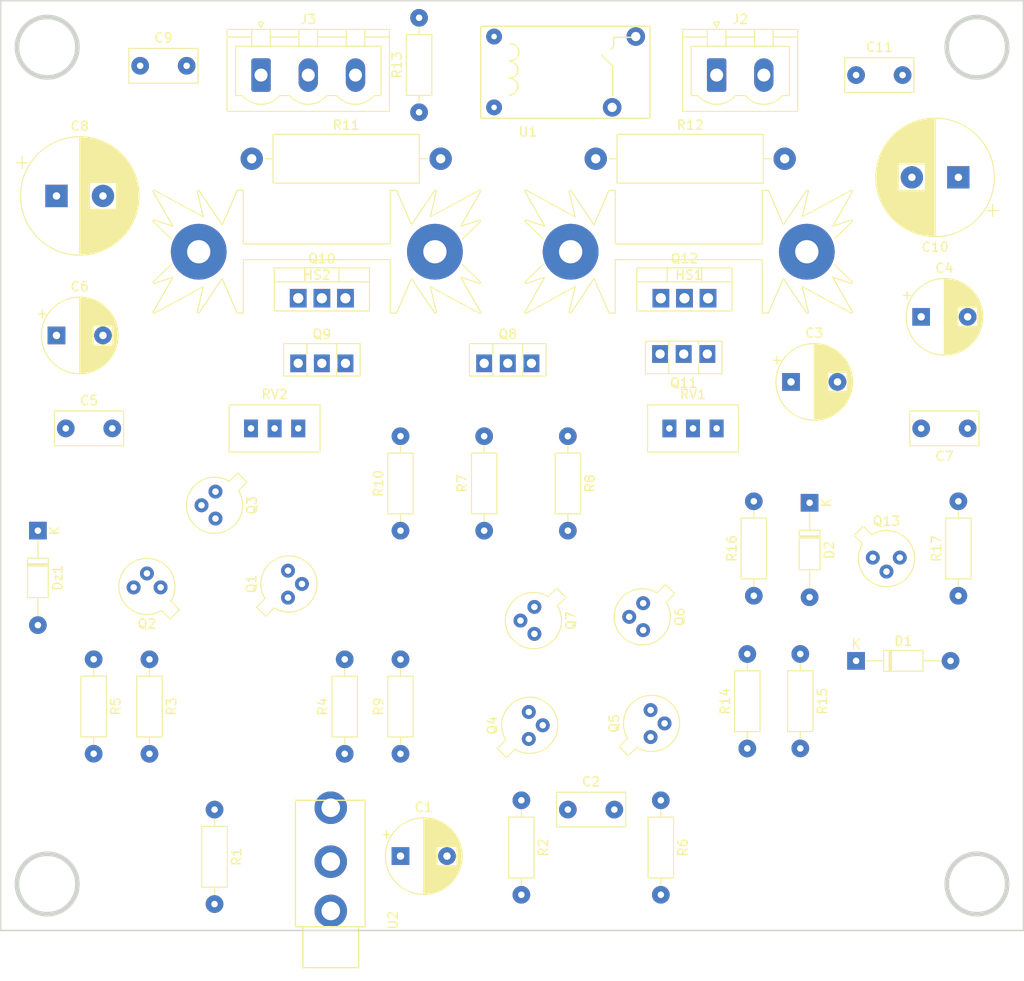
<source format=kicad_pcb>
(kicad_pcb (version 20171130) (host pcbnew "(5.0.1)-3")
  (title_block (title "Projet Ampli") (date 2020-04-09) (company "Paul NOUGUE - Alassane GUEYE") (comment 1 "3IMACS D") (comment 2 "INSA Toulouse"))
  (layers (0 F.Cu signal) (31 B.Cu signal) (34 B.Paste user) (35 F.Paste user) (36 B.SilkS user) (37 F.SilkS user) (38 B.Mask user) (39 F.Mask user) (44 Edge.Cuts user))
  (net 0 "")
  (net 1 "Net-(C1-Pad1)")
  (net 2 "Net-(C1-Pad2)")
  (net 3 "Net-(C2-Pad1)")
  (net 4 "Net-(C2-Pad2)")
  (net 5 "Net-(C3-Pad1)")
  (net 6 -12V)
  (net 7 GND)
  (net 8 +12V)
  (net 9 "Net-(D1-Pad2)")
  (net 10 "Net-(D2-Pad1)")
  (net 11 "Net-(Dz1-Pad2)")
  (net 12 "Net-(J2-Pad1)")
  (net 13 "Net-(Q1-Pad1)")
  (net 14 "Net-(Q2-Pad2)")
  (net 15 "Net-(Q2-Pad3)")
  (net 16 "Net-(Q3-Pad1)")
  (net 17 "Net-(Q4-Pad1)")
  (net 18 "Net-(Q5-Pad1)")
  (net 19 "Net-(Q6-Pad1)")
  (net 20 "Net-(Q6-Pad2)")
  (net 21 "Net-(Q6-Pad3)")
  (net 22 "Net-(Q7-Pad1)")
  (net 23 "Net-(Q8-Pad3)")
  (net 24 "Net-(Q10-Pad2)")
  (net 25 "Net-(Q10-Pad1)")
  (net 26 "Net-(Q11-Pad1)")
  (net 27 "Net-(Q11-Pad2)")
  (net 28 "Net-(R10-Pad2)")
  (net 29 "Net-(R11-Pad2)")
  (net 30 "Net-(U2-PadTN)")
  (module CmpAmpliAudio:CP_Radial_D8.0mm_P5.00mm (layer F.Cu) (at 73 142)
    (fp_text reference C1 (at 2.5 -5.25) (layer F.SilkS))
    (fp_text value 47u)
    (pad 1 thru_hole rect (at 0 0) (size 1.9 1.9) (drill 0.8) (layers *.Cu *.Mask) (net 1 "Net-(C1-Pad1)"))
    (pad 2 thru_hole circle (at 5 0) (size 1.9 1.9) (drill 0.8) (layers *.Cu *.Mask) (net 2 "Net-(C1-Pad2)"))
  )
  (module CmpAmpliAudio:C_Rect_L7.2mm_W3.5mm_P5.00mm_FKS2_FKP2_MKS2_MKP2 (layer F.Cu) (at 91 137)
    (fp_text reference C2 (at 2.5 -3) (layer F.SilkS))
    (fp_text value C)
    (pad 1 thru_hole circle (at 0 0) (size 1.9 1.9) (drill 0.7) (layers *.Cu *.Mask) (net 3 "Net-(C2-Pad1)"))
    (pad 2 thru_hole circle (at 5 0) (size 1.9 1.9) (drill 0.7) (layers *.Cu *.Mask) (net 4 "Net-(C2-Pad2)"))
  )
  (module CmpAmpliAudio:CP_Radial_D8.0mm_P5.00mm (layer F.Cu) (at 115 91)
    (fp_text reference C3 (at 2.5 -5.25) (layer F.SilkS))
    (fp_text value 47u)
    (pad 1 thru_hole rect (at 0 0) (size 1.9 1.9) (drill 0.8) (layers *.Cu *.Mask) (net 5 "Net-(C3-Pad1)"))
    (pad 2 thru_hole circle (at 5 0) (size 1.9 1.9) (drill 0.8) (layers *.Cu *.Mask) (net 6 -12V))
  )
  (module CmpAmpliAudio:CP_Radial_D8.0mm_P5.00mm (layer F.Cu) (at 129 84)
    (fp_text reference C4 (at 2.5 -5.25) (layer F.SilkS))
    (fp_text value 10u)
    (pad 2 thru_hole circle (at 5 0) (size 1.9 1.9) (drill 0.8) (layers *.Cu *.Mask) (net 7 GND))
    (pad 1 thru_hole rect (at 0 0) (size 1.9 1.9) (drill 0.8) (layers *.Cu *.Mask) (net 8 +12V))
  )
  (module CmpAmpliAudio:C_Rect_L7.2mm_W3.5mm_P5.00mm_FKS2_FKP2_MKS2_MKP2 (layer F.Cu) (at 37 96)
    (fp_text reference C5 (at 2.5 -3) (layer F.SilkS))
    (fp_text value 100n)
    (pad 1 thru_hole circle (at 0 0) (size 1.9 1.9) (drill 0.7) (layers *.Cu *.Mask) (net 8 +12V))
    (pad 2 thru_hole circle (at 5 0) (size 1.9 1.9) (drill 0.7) (layers *.Cu *.Mask) (net 7 GND))
  )
  (module CmpAmpliAudio:CP_Radial_D8.0mm_P5.00mm (layer F.Cu) (at 36 86)
    (fp_text reference C6 (at 2.5 -5.25) (layer F.SilkS))
    (fp_text value 10u)
    (pad 2 thru_hole circle (at 5 0) (size 1.9 1.9) (drill 0.8) (layers *.Cu *.Mask) (net 6 -12V))
    (pad 1 thru_hole rect (at 0 0) (size 1.9 1.9) (drill 0.8) (layers *.Cu *.Mask) (net 7 GND))
  )
  (module CmpAmpliAudio:C_Rect_L7.2mm_W3.5mm_P5.00mm_FKS2_FKP2_MKS2_MKP2 (layer F.Cu) (at 134 96 180)
    (fp_text reference C7 (at 2.5 -3 180) (layer F.SilkS))
    (fp_text value 100n)
    (pad 2 thru_hole circle (at 5 0 180) (size 1.9 1.9) (drill 0.7) (layers *.Cu *.Mask) (net 6 -12V))
    (pad 1 thru_hole circle (at 0 0 180) (size 1.9 1.9) (drill 0.7) (layers *.Cu *.Mask) (net 7 GND))
  )
  (module CmpAmpliAudio:CP_Radial_D12.5mm_P5.00mm (layer F.Cu) (at 36 71)
    (fp_text reference C8 (at 2.5 -7.5) (layer F.SilkS))
    (fp_text value 470u)
    (pad 2 thru_hole circle (at 5 0) (size 2.4 2.4) (drill 0.8) (layers *.Cu *.Mask) (net 7 GND))
    (pad 1 thru_hole rect (at 0 0) (size 2.4 2.4) (drill 0.8) (layers *.Cu *.Mask) (net 8 +12V))
  )
  (module CmpAmpliAudio:C_Rect_L7.2mm_W3.5mm_P5.00mm_FKS2_FKP2_MKS2_MKP2 (layer F.Cu) (at 45 57)
    (fp_text reference C9 (at 2.5 -3) (layer F.SilkS))
    (fp_text value 100n)
    (pad 2 thru_hole circle (at 5 0) (size 1.9 1.9) (drill 0.7) (layers *.Cu *.Mask) (net 8 +12V))
    (pad 1 thru_hole circle (at 0 0) (size 1.9 1.9) (drill 0.7) (layers *.Cu *.Mask) (net 7 GND))
  )
  (module CmpAmpliAudio:CP_Radial_D12.5mm_P5.00mm (layer F.Cu) (at 133 69 180)
    (fp_text reference C10 (at 2.5 -7.5 180) (layer F.SilkS))
    (fp_text value 470u)
    (pad 1 thru_hole rect (at 0 0 180) (size 2.4 2.4) (drill 0.8) (layers *.Cu *.Mask) (net 7 GND))
    (pad 2 thru_hole circle (at 5 0 180) (size 2.4 2.4) (drill 0.8) (layers *.Cu *.Mask) (net 6 -12V))
  )
  (module CmpAmpliAudio:C_Rect_L7.2mm_W3.5mm_P5.00mm_FKS2_FKP2_MKS2_MKP2 (layer F.Cu) (at 122 58)
    (fp_text reference C11 (at 2.5 -3) (layer F.SilkS))
    (fp_text value 100n)
    (pad 1 thru_hole circle (at 0 0) (size 1.9 1.9) (drill 0.7) (layers *.Cu *.Mask) (net 6 -12V))
    (pad 2 thru_hole circle (at 5 0) (size 1.9 1.9) (drill 0.7) (layers *.Cu *.Mask) (net 7 GND))
  )
  (module CmpAmpliAudio:D_DO-35_SOD27_P10.16mm_Horizontal (layer F.Cu) (at 122 121)
    (fp_text reference D1 (at 5.08 -2.12) (layer F.SilkS))
    (fp_text value 1N4148)
    (fp_text user K (at 0 -1.8) (layer F.SilkS))
    (pad 2 thru_hole oval (at 10.16 0) (size 1.9 1.9) (drill 0.7) (layers *.Cu *.Mask) (net 9 "Net-(D1-Pad2)"))
    (pad 1 thru_hole rect (at 0 0) (size 1.9 1.9) (drill 0.7) (layers *.Cu *.Mask) (net 8 +12V))
  )
  (module CmpAmpliAudio:D_DO-35_SOD27_P10.16mm_Horizontal (layer F.Cu) (at 117 104 270)
    (fp_text reference D2 (at 5.08 -2.12 270) (layer F.SilkS))
    (fp_text value 1N4148)
    (fp_text user K (at 0 -1.8 270) (layer F.SilkS))
    (pad 1 thru_hole rect (at 0 0 270) (size 1.9 1.9) (drill 0.7) (layers *.Cu *.Mask) (net 10 "Net-(D2-Pad1)"))
    (pad 2 thru_hole oval (at 10.16 0 270) (size 1.9 1.9) (drill 0.7) (layers *.Cu *.Mask) (net 5 "Net-(C3-Pad1)"))
  )
  (module CmpAmpliAudio:D_DO-35_SOD27_P10.16mm_Horizontal (layer F.Cu) (at 34 107 270)
    (fp_text reference Dz1 (at 5.08 -2.12 270) (layer F.SilkS))
    (fp_text value BZX55C5V1)
    (fp_text user K (at 0 -1.8 270) (layer F.SilkS))
    (pad 1 thru_hole rect (at 0 0 270) (size 1.9 1.9) (drill 0.7) (layers *.Cu *.Mask) (net 8 +12V))
    (pad 2 thru_hole oval (at 10.16 0 270) (size 1.9 1.9) (drill 0.7) (layers *.Cu *.Mask) (net 11 "Net-(Dz1-Pad2)"))
  )
  (module CmpAmpliAudio:Heatsink_Fischer_SK104-STC-STIC_35x13mm_2xDrill2.5mm (layer F.Cu) (at 104 77 180)
    (fp_text reference HS1 (at -0.025 -2.5 180) (layer F.SilkS))
    (fp_text value Heatsink)
    (pad 1 thru_hole circle (at 12.7 0 180) (size 6 6) (drill 2.5) (layers *.Cu *.Mask))
    (pad 1 thru_hole circle (at -12.7 0) (size 6 6) (drill 2.5) (layers *.Cu *.Mask))
  )
  (module CmpAmpliAudio:Heatsink_Fischer_SK104-STC-STIC_35x13mm_2xDrill2.5mm (layer F.Cu) (at 64 77 180)
    (fp_text reference HS2 (at -0.025 -2.5 180) (layer F.SilkS))
    (fp_text value Heatsink)
    (pad 1 thru_hole circle (at -12.7 0) (size 6 6) (drill 2.5) (layers *.Cu *.Mask))
    (pad 1 thru_hole circle (at 12.7 0 180) (size 6 6) (drill 2.5) (layers *.Cu *.Mask))
  )
  (module CmpAmpliAudio:PhoenixContact_MSTBVA_2,5_2-G-5,08_1x02_P5.08mm_Vertical (layer F.Cu) (at 107 58)
    (fp_text reference J2 (at 2.54 -6) (layer F.SilkS))
    (fp_text value Conn_01x02)
    (pad 1 thru_hole roundrect (at 0 0) (size 2.08 3.6) (drill 1.4) (layers *.Cu *.Mask) (roundrect_rratio 0.120192) (net 12 "Net-(J2-Pad1)"))
    (pad 2 thru_hole oval (at 5.08 0) (size 2.08 3.6) (drill 1.4) (layers *.Cu *.Mask) (net 7 GND))
  )
  (module CmpAmpliAudio:PhoenixContact_MSTBVA_2,5_3-G-5,08_1x03_P5.08mm_Vertical (layer F.Cu) (at 58 58)
    (fp_text reference J3 (at 5.08 -6) (layer F.SilkS))
    (fp_text value Conn_01x03)
    (pad 1 thru_hole roundrect (at 0 0) (size 2.08 3.6) (drill 1.4) (layers *.Cu *.Mask) (roundrect_rratio 0.120192) (net 6 -12V))
    (pad 2 thru_hole oval (at 5.08 0) (size 2.08 3.6) (drill 1.4) (layers *.Cu *.Mask) (net 7 GND))
    (pad 3 thru_hole oval (at 10.16 0) (size 2.08 3.6) (drill 1.4) (layers *.Cu *.Mask) (net 8 +12V))
  )
  (module CmpAmpliAudio:TO-18-3 (layer F.Cu) (at 61 114 90)
    (fp_text reference Q1 (at 1.27 -4.02 90) (layer F.SilkS))
    (fp_text value 2N2907)
    (pad 3 thru_hole circle (at 2.7 -0.1 90) (size 1.5 1.5) (drill 0.7) (layers *.Cu *.Mask) (net 4 "Net-(C2-Pad2)"))
    (pad 2 thru_hole circle (at 1.27 1.4 90) (size 1.5 1.5) (drill 0.7) (layers *.Cu *.Mask) (net 1 "Net-(C1-Pad1)"))
    (pad 1 thru_hole circle (at -0.2 -0.1 90) (size 1.5 1.5) (drill 0.7) (layers *.Cu *.Mask) (net 13 "Net-(Q1-Pad1)"))
  )
  (module CmpAmpliAudio:TO-18-3 (layer F.Cu) (at 47 113 180)
    (fp_text reference Q2 (at 1.27 -4.02 180) (layer F.SilkS))
    (fp_text value 2N2907)
    (pad 1 thru_hole circle (at -0.2 -0.1 180) (size 1.5 1.5) (drill 0.7) (layers *.Cu *.Mask) (net 13 "Net-(Q1-Pad1)"))
    (pad 2 thru_hole circle (at 1.27 1.4 180) (size 1.5 1.5) (drill 0.7) (layers *.Cu *.Mask) (net 14 "Net-(Q2-Pad2)"))
    (pad 3 thru_hole circle (at 2.7 -0.1 180) (size 1.5 1.5) (drill 0.7) (layers *.Cu *.Mask) (net 15 "Net-(Q2-Pad3)"))
  )
  (module CmpAmpliAudio:TO-18-3 (layer F.Cu) (at 53 103 270)
    (fp_text reference Q3 (at 1.27 -4.02 270) (layer F.SilkS))
    (fp_text value 2N2907)
    (pad 1 thru_hole circle (at -0.2 -0.1 270) (size 1.5 1.5) (drill 0.7) (layers *.Cu *.Mask) (net 16 "Net-(Q3-Pad1)"))
    (pad 2 thru_hole circle (at 1.27 1.4 270) (size 1.5 1.5) (drill 0.7) (layers *.Cu *.Mask) (net 11 "Net-(Dz1-Pad2)"))
    (pad 3 thru_hole circle (at 2.7 -0.1 270) (size 1.5 1.5) (drill 0.7) (layers *.Cu *.Mask) (net 13 "Net-(Q1-Pad1)"))
  )
  (module CmpAmpliAudio:TO-18-3 (layer F.Cu) (at 86.9 129.2 90)
    (fp_text reference Q4 (at 1.27 -4.02 90) (layer F.SilkS))
    (fp_text value 2N2222)
    (pad 3 thru_hole circle (at 2.7 -0.1 90) (size 1.5 1.5) (drill 0.7) (layers *.Cu *.Mask) (net 3 "Net-(C2-Pad1)"))
    (pad 2 thru_hole circle (at 1.27 1.4 90) (size 1.5 1.5) (drill 0.7) (layers *.Cu *.Mask) (net 4 "Net-(C2-Pad2)"))
    (pad 1 thru_hole circle (at -0.2 -0.1 90) (size 1.5 1.5) (drill 0.7) (layers *.Cu *.Mask) (net 17 "Net-(Q4-Pad1)"))
  )
  (module CmpAmpliAudio:TO-18-3 (layer F.Cu) (at 100 129 90)
    (fp_text reference Q5 (at 1.27 -4.02 90) (layer F.SilkS))
    (fp_text value 2N2222)
    (pad 3 thru_hole circle (at 2.7 -0.1 90) (size 1.5 1.5) (drill 0.7) (layers *.Cu *.Mask) (net 3 "Net-(C2-Pad1)"))
    (pad 2 thru_hole circle (at 1.27 1.4 90) (size 1.5 1.5) (drill 0.7) (layers *.Cu *.Mask) (net 17 "Net-(Q4-Pad1)"))
    (pad 1 thru_hole circle (at -0.2 -0.1 90) (size 1.5 1.5) (drill 0.7) (layers *.Cu *.Mask) (net 18 "Net-(Q5-Pad1)"))
  )
  (module CmpAmpliAudio:TO-18-3 (layer F.Cu) (at 99 115 270)
    (fp_text reference Q6 (at 1.27 -4.02 270) (layer F.SilkS))
    (fp_text value 2N2907)
    (pad 1 thru_hole circle (at -0.2 -0.1 270) (size 1.5 1.5) (drill 0.7) (layers *.Cu *.Mask) (net 19 "Net-(Q6-Pad1)"))
    (pad 2 thru_hole circle (at 1.27 1.4 270) (size 1.5 1.5) (drill 0.7) (layers *.Cu *.Mask) (net 20 "Net-(Q6-Pad2)"))
    (pad 3 thru_hole circle (at 2.7 -0.1 270) (size 1.5 1.5) (drill 0.7) (layers *.Cu *.Mask) (net 21 "Net-(Q6-Pad3)"))
  )
  (module CmpAmpliAudio:TO-18-3 (layer F.Cu) (at 87.3 115.4 270)
    (fp_text reference Q7 (at 1.27 -4.02 270) (layer F.SilkS))
    (fp_text value 2N2907)
    (pad 1 thru_hole circle (at -0.2 -0.1 270) (size 1.5 1.5) (drill 0.7) (layers *.Cu *.Mask) (net 22 "Net-(Q7-Pad1)"))
    (pad 2 thru_hole circle (at 1.27 1.4 270) (size 1.5 1.5) (drill 0.7) (layers *.Cu *.Mask) (net 20 "Net-(Q6-Pad2)"))
    (pad 3 thru_hole circle (at 2.7 -0.1 270) (size 1.5 1.5) (drill 0.7) (layers *.Cu *.Mask) (net 20 "Net-(Q6-Pad2)"))
  )
  (module CmpAmpliAudio:TO-126-3_Vertical (layer F.Cu) (at 82 89)
    (fp_text reference Q8 (at 2.54 -3.12) (layer F.SilkS))
    (fp_text value BD139)
    (pad 1 thru_hole rect (at 0 0) (size 1.7 1.9) (drill 1) (layers *.Cu *.Mask) (net 3 "Net-(C2-Pad1)"))
    (pad 2 thru_hole rect (at 2.54 0) (size 1.7 1.9) (drill 1) (layers *.Cu *.Mask) (net 21 "Net-(Q6-Pad3)"))
    (pad 3 thru_hole rect (at 5.08 0) (size 1.7 1.9) (drill 1) (layers *.Cu *.Mask) (net 23 "Net-(Q8-Pad3)"))
  )
  (module CmpAmpliAudio:TO-126-3_Vertical (layer F.Cu) (at 62 89)
    (fp_text reference Q9 (at 2.54 -3.12) (layer F.SilkS))
    (fp_text value BD139)
    (pad 3 thru_hole rect (at 5.08 0) (size 1.7 1.9) (drill 1) (layers *.Cu *.Mask) (net 21 "Net-(Q6-Pad3)"))
    (pad 2 thru_hole rect (at 2.54 0) (size 1.7 1.9) (drill 1) (layers *.Cu *.Mask) (net 24 "Net-(Q10-Pad2)"))
    (pad 1 thru_hole rect (at 0 0) (size 1.7 1.9) (drill 1) (layers *.Cu *.Mask) (net 25 "Net-(Q10-Pad1)"))
  )
  (module CmpAmpliAudio:TO-220-3_Vertical (layer F.Cu) (at 62 82)
    (fp_text reference Q10 (at 2.54 -4.27) (layer F.SilkS))
    (fp_text value TIP32)
    (pad 1 thru_hole rect (at 0 0) (size 1.8 2) (drill 1.1) (layers *.Cu *.Mask) (net 25 "Net-(Q10-Pad1)"))
    (pad 2 thru_hole rect (at 2.54 0) (size 1.8 2) (drill 1.1) (layers *.Cu *.Mask) (net 24 "Net-(Q10-Pad2)"))
    (pad 3 thru_hole rect (at 5.08 0) (size 1.8 2) (drill 1.1) (layers *.Cu *.Mask) (net 8 +12V))
  )
  (module CmpAmpliAudio:TO-126-3_Vertical (layer F.Cu) (at 106 88 180)
    (fp_text reference Q11 (at 2.54 -3.12 180) (layer F.SilkS))
    (fp_text value BD138)
    (pad 1 thru_hole rect (at 0 0 180) (size 1.7 1.9) (drill 1) (layers *.Cu *.Mask) (net 26 "Net-(Q11-Pad1)"))
    (pad 2 thru_hole rect (at 2.54 0 180) (size 1.7 1.9) (drill 1) (layers *.Cu *.Mask) (net 27 "Net-(Q11-Pad2)"))
    (pad 3 thru_hole rect (at 5.08 0 180) (size 1.7 1.9) (drill 1) (layers *.Cu *.Mask) (net 3 "Net-(C2-Pad1)"))
  )
  (module CmpAmpliAudio:TO-220-3_Vertical (layer F.Cu) (at 101 82)
    (fp_text reference Q12 (at 2.54 -4.27) (layer F.SilkS))
    (fp_text value TIP31)
    (pad 3 thru_hole rect (at 5.08 0) (size 1.8 2) (drill 1.1) (layers *.Cu *.Mask) (net 6 -12V))
    (pad 2 thru_hole rect (at 2.54 0) (size 1.8 2) (drill 1.1) (layers *.Cu *.Mask) (net 26 "Net-(Q11-Pad1)"))
    (pad 1 thru_hole rect (at 0 0) (size 1.8 2) (drill 1.1) (layers *.Cu *.Mask) (net 27 "Net-(Q11-Pad2)"))
  )
  (module CmpAmpliAudio:TO-18-3 (layer F.Cu) (at 124 110)
    (fp_text reference Q13 (at 1.27 -4.02) (layer F.SilkS))
    (fp_text value 2N2222)
    (pad 3 thru_hole circle (at 2.7 -0.1) (size 1.5 1.5) (drill 0.7) (layers *.Cu *.Mask) (net 9 "Net-(D1-Pad2)"))
    (pad 2 thru_hole circle (at 1.27 1.4) (size 1.5 1.5) (drill 0.7) (layers *.Cu *.Mask) (net 10 "Net-(D2-Pad1)"))
    (pad 1 thru_hole circle (at -0.2 -0.1) (size 1.5 1.5) (drill 0.7) (layers *.Cu *.Mask) (net 7 GND))
  )
  (module CmpAmpliAudio:R_Axial_DIN0207_L6.3mm_D2.5mm_P10.16mm_Horizontal (layer F.Cu) (at 53 137 270)
    (fp_text reference R1 (at 5.08 -2.37 270) (layer F.SilkS))
    (fp_text value 1k)
    (pad 1 thru_hole circle (at 0 0 270) (size 1.9 1.9) (drill 0.7) (layers *.Cu *.Mask) (net 1 "Net-(C1-Pad1)"))
    (pad 2 thru_hole circle (at 10.16 0 270) (size 1.9 1.9) (drill 0.7) (layers *.Cu *.Mask) (net 7 GND))
  )
  (module CmpAmpliAudio:R_Axial_DIN0207_L6.3mm_D2.5mm_P10.16mm_Horizontal (layer F.Cu) (at 86 136 270)
    (fp_text reference R2 (at 5.08 -2.37 270) (layer F.SilkS))
    (fp_text value 14.4k)
    (pad 2 thru_hole circle (at 10.16 0 270) (size 1.9 1.9) (drill 0.7) (layers *.Cu *.Mask) (net 6 -12V))
    (pad 1 thru_hole circle (at 0 0 270) (size 1.9 1.9) (drill 0.7) (layers *.Cu *.Mask) (net 4 "Net-(C2-Pad2)"))
  )
  (module CmpAmpliAudio:R_Axial_DIN0207_L6.3mm_D2.5mm_P10.16mm_Horizontal (layer F.Cu) (at 46 120.84 270)
    (fp_text reference R3 (at 5.08 -2.37 270) (layer F.SilkS))
    (fp_text value 14.4k)
    (pad 1 thru_hole circle (at 0 0 270) (size 1.9 1.9) (drill 0.7) (layers *.Cu *.Mask) (net 15 "Net-(Q2-Pad3)"))
    (pad 2 thru_hole circle (at 10.16 0 270) (size 1.9 1.9) (drill 0.7) (layers *.Cu *.Mask) (net 6 -12V))
  )
  (module CmpAmpliAudio:R_Axial_DIN0207_L6.3mm_D2.5mm_P10.16mm_Horizontal (layer F.Cu) (at 67 131 90)
    (fp_text reference R4 (at 5.08 -2.37 90) (layer F.SilkS))
    (fp_text value 18k)
    (pad 1 thru_hole circle (at 0 0 90) (size 1.9 1.9) (drill 0.7) (layers *.Cu *.Mask) (net 8 +12V))
    (pad 2 thru_hole circle (at 10.16 0 90) (size 1.9 1.9) (drill 0.7) (layers *.Cu *.Mask) (net 16 "Net-(Q3-Pad1)"))
  )
  (module CmpAmpliAudio:R_Axial_DIN0207_L6.3mm_D2.5mm_P10.16mm_Horizontal (layer F.Cu) (at 40 120.83 270)
    (fp_text reference R5 (at 5.08 -2.37 270) (layer F.SilkS))
    (fp_text value 1380)
    (pad 2 thru_hole circle (at 10.16 0 270) (size 1.9 1.9) (drill 0.7) (layers *.Cu *.Mask) (net 7 GND))
    (pad 1 thru_hole circle (at 0 0 270) (size 1.9 1.9) (drill 0.7) (layers *.Cu *.Mask) (net 11 "Net-(Dz1-Pad2)"))
  )
  (module CmpAmpliAudio:R_Axial_DIN0207_L6.3mm_D2.5mm_P10.16mm_Horizontal (layer F.Cu) (at 101 136 270)
    (fp_text reference R6 (at 5.08 -2.37 270) (layer F.SilkS))
    (fp_text value R)
    (pad 1 thru_hole circle (at 0 0 270) (size 1.9 1.9) (drill 0.7) (layers *.Cu *.Mask) (net 18 "Net-(Q5-Pad1)"))
    (pad 2 thru_hole circle (at 10.16 0 270) (size 1.9 1.9) (drill 0.7) (layers *.Cu *.Mask) (net 6 -12V))
  )
  (module CmpAmpliAudio:R_Axial_DIN0207_L6.3mm_D2.5mm_P10.16mm_Horizontal (layer F.Cu) (at 82 107 90)
    (fp_text reference R7 (at 5.08 -2.37 90) (layer F.SilkS))
    (fp_text value R)
    (pad 2 thru_hole circle (at 10.16 0 90) (size 1.9 1.9) (drill 0.7) (layers *.Cu *.Mask) (net 19 "Net-(Q6-Pad1)"))
    (pad 1 thru_hole circle (at 0 0 90) (size 1.9 1.9) (drill 0.7) (layers *.Cu *.Mask) (net 8 +12V))
  )
  (module CmpAmpliAudio:R_Axial_DIN0207_L6.3mm_D2.5mm_P10.16mm_Horizontal (layer F.Cu) (at 91 96.84 270)
    (fp_text reference R8 (at 5.08 -2.37 270) (layer F.SilkS))
    (fp_text value R)
    (pad 2 thru_hole circle (at 10.16 0 270) (size 1.9 1.9) (drill 0.7) (layers *.Cu *.Mask) (net 3 "Net-(C2-Pad1)"))
    (pad 1 thru_hole circle (at 0 0 270) (size 1.9 1.9) (drill 0.7) (layers *.Cu *.Mask) (net 3 "Net-(C2-Pad1)"))
  )
  (module CmpAmpliAudio:R_Axial_DIN0207_L6.3mm_D2.5mm_P10.16mm_Horizontal (layer F.Cu) (at 73 131 90)
    (fp_text reference R9 (at 5.08 -2.37 90) (layer F.SilkS))
    (fp_text value R)
    (pad 2 thru_hole circle (at 10.16 0 90) (size 1.9 1.9) (drill 0.7) (layers *.Cu *.Mask) (net 22 "Net-(Q7-Pad1)"))
    (pad 1 thru_hole circle (at 0 0 90) (size 1.9 1.9) (drill 0.7) (layers *.Cu *.Mask) (net 8 +12V))
  )
  (module CmpAmpliAudio:R_Axial_DIN0207_L6.3mm_D2.5mm_P10.16mm_Horizontal (layer F.Cu) (at 73 107 90)
    (fp_text reference R10 (at 5.08 -2.37 90) (layer F.SilkS))
    (fp_text value R)
    (pad 1 thru_hole circle (at 0 0 90) (size 1.9 1.9) (drill 0.7) (layers *.Cu *.Mask) (net 20 "Net-(Q6-Pad2)"))
    (pad 2 thru_hole circle (at 10.16 0 90) (size 1.9 1.9) (drill 0.7) (layers *.Cu *.Mask) (net 28 "Net-(R10-Pad2)"))
  )
  (module CmpAmpliAudio:R_Axial_DIN0516_L15.5mm_D5.0mm_P20.32mm_Horizontal (layer F.Cu) (at 57 67)
    (fp_text reference R11 (at 10.16 -3.62) (layer F.SilkS))
    (fp_text value R)
    (pad 1 thru_hole circle (at 0 0) (size 2.4 2.4) (drill 1) (layers *.Cu *.Mask) (net 24 "Net-(Q10-Pad2)"))
    (pad 2 thru_hole oval (at 20.32 0) (size 2.4 2.4) (drill 1) (layers *.Cu *.Mask) (net 29 "Net-(R11-Pad2)"))
  )
  (module CmpAmpliAudio:R_Axial_DIN0516_L15.5mm_D5.0mm_P20.32mm_Horizontal (layer F.Cu) (at 94 67)
    (fp_text reference R12 (at 10.16 -3.62) (layer F.SilkS))
    (fp_text value R)
    (pad 2 thru_hole oval (at 20.32 0) (size 2.4 2.4) (drill 1) (layers *.Cu *.Mask) (net 26 "Net-(Q11-Pad1)"))
    (pad 1 thru_hole circle (at 0 0) (size 2.4 2.4) (drill 1) (layers *.Cu *.Mask) (net 29 "Net-(R11-Pad2)"))
  )
  (module CmpAmpliAudio:R_Axial_DIN0207_L6.3mm_D2.5mm_P10.16mm_Horizontal (layer F.Cu) (at 75 62 90)
    (fp_text reference R13 (at 5.08 -2.37 90) (layer F.SilkS))
    (fp_text value R)
    (pad 1 thru_hole circle (at 0 0 90) (size 1.9 1.9) (drill 0.7) (layers *.Cu *.Mask) (net 29 "Net-(R11-Pad2)"))
    (pad 2 thru_hole circle (at 10.16 0 90) (size 1.9 1.9) (drill 0.7) (layers *.Cu *.Mask) (net 7 GND))
  )
  (module CmpAmpliAudio:R_Axial_DIN0207_L6.3mm_D2.5mm_P10.16mm_Horizontal (layer F.Cu) (at 110.300478 130.425032 90)
    (fp_text reference R14 (at 5.08 -2.37 90) (layer F.SilkS))
    (fp_text value R)
    (pad 2 thru_hole circle (at 10.16 0 90) (size 1.9 1.9) (drill 0.7) (layers *.Cu *.Mask) (net 14 "Net-(Q2-Pad2)"))
    (pad 1 thru_hole circle (at 0 0 90) (size 1.9 1.9) (drill 0.7) (layers *.Cu *.Mask) (net 29 "Net-(R11-Pad2)"))
  )
  (module CmpAmpliAudio:R_Axial_DIN0207_L6.3mm_D2.5mm_P10.16mm_Horizontal (layer F.Cu) (at 116 120.26 270)
    (fp_text reference R15 (at 5.08 -2.37 270) (layer F.SilkS))
    (fp_text value R)
    (pad 1 thru_hole circle (at 0 0 270) (size 1.9 1.9) (drill 0.7) (layers *.Cu *.Mask) (net 14 "Net-(Q2-Pad2)"))
    (pad 2 thru_hole circle (at 10.16 0 270) (size 1.9 1.9) (drill 0.7) (layers *.Cu *.Mask) (net 7 GND))
  )
  (module CmpAmpliAudio:R_Axial_DIN0207_L6.3mm_D2.5mm_P10.16mm_Horizontal (layer F.Cu) (at 111 114 90)
    (fp_text reference R16 (at 5.08 -2.37 90) (layer F.SilkS))
    (fp_text value R)
    (pad 2 thru_hole circle (at 10.16 0 90) (size 1.9 1.9) (drill 0.7) (layers *.Cu *.Mask) (net 5 "Net-(C3-Pad1)"))
    (pad 1 thru_hole circle (at 0 0 90) (size 1.9 1.9) (drill 0.7) (layers *.Cu *.Mask) (net 8 +12V))
  )
  (module CmpAmpliAudio:R_Axial_DIN0207_L6.3mm_D2.5mm_P10.16mm_Horizontal (layer F.Cu) (at 133 114 90)
    (fp_text reference R17 (at 5.08 -2.37 90) (layer F.SilkS))
    (fp_text value 18k)
    (pad 1 thru_hole circle (at 0 0 90) (size 1.9 1.9) (drill 0.7) (layers *.Cu *.Mask) (net 10 "Net-(D2-Pad1)"))
    (pad 2 thru_hole circle (at 10.16 0 90) (size 1.9 1.9) (drill 0.7) (layers *.Cu *.Mask) (net 7 GND))
  )
  (module CmpAmpliAudio:Potentiometer_Bourns_3296W_Vertical (layer F.Cu) (at 107 96)
    (fp_text reference RV1 (at -2.54 -3.66) (layer F.SilkS))
    (fp_text value R_POT)
    (pad 3 thru_hole rect (at -5.08 0) (size 1.5 1.9) (drill 0.7) (layers *.Cu *.Mask) (net 3 "Net-(C2-Pad1)"))
    (pad 2 thru_hole rect (at -2.54 0) (size 1.5 1.9) (drill 0.7) (layers *.Cu *.Mask) (net 23 "Net-(Q8-Pad3)"))
    (pad 1 thru_hole rect (at 0 0) (size 1.5 1.9) (drill 0.7) (layers *.Cu *.Mask) (net 21 "Net-(Q6-Pad3)"))
  )
  (module CmpAmpliAudio:Potentiometer_Bourns_3296W_Vertical (layer F.Cu) (at 62 96)
    (fp_text reference RV2 (at -2.54 -3.66) (layer F.SilkS))
    (fp_text value R_POT)
    (pad 1 thru_hole rect (at 0 0) (size 1.5 1.9) (drill 0.7) (layers *.Cu *.Mask) (net 28 "Net-(R10-Pad2)"))
    (pad 2 thru_hole rect (at -2.54 0) (size 1.5 1.9) (drill 0.7) (layers *.Cu *.Mask) (net 28 "Net-(R10-Pad2)"))
    (pad 3 thru_hole rect (at -5.08 0) (size 1.5 1.9) (drill 0.7) (layers *.Cu *.Mask) (net 7 GND))
  )
  (module CmpAmpliAudio:Jack_35RAPC2AV (layer F.Cu) (at 65.5 150 90)
    (fp_text reference U2 (at 1.1 6.7 90) (layer F.SilkS))
    (fp_text value Jack_Mono)
    (pad TN thru_hole circle (at 13.2 0 90) (size 3.5 3.5) (drill 2) (layers *.Cu *.Mask) (net 30 "Net-(U2-PadTN)"))
    (pad G thru_hole circle (at 2.1 0 90) (size 3.5 3.5) (drill 2) (layers *.Cu *.Mask) (net 7 GND))
    (pad T thru_hole circle (at 7.4 0 90) (size 3.5 3.5) (drill 2) (layers *.Cu *.Mask) (net 2 "Net-(C1-Pad2)"))
  )
  (module CmpAmpliAudio:Relais_112LMH2 (layer F.Cu) (at 58 71)
    (fp_text reference U1 (at 28.7 -6.9) (layer F.SilkS))
    (fp_text value Relay_1CT)
    (pad b1 thru_hole circle (at 25.065 -9.525) (size 1.7 1.7) (drill 0.6) (layers *.Cu *.Mask) (net 9 "Net-(D1-Pad2)"))
    (pad c1 thru_hole circle (at 37.765 -9.525) (size 2 2) (drill 1) (layers *.Cu *.Mask) (net 29 "Net-(R11-Pad2)"))
    (pad b2 thru_hole circle (at 25.065 -17.145) (size 1.7 1.7) (drill 0.6) (layers *.Cu *.Mask) (net 8 +12V))
    (pad c2 thru_hole circle (at 40.305 -17.145) (size 2 2) (drill 1) (layers *.Cu *.Mask) (net 12 "Net-(J2-Pad1)"))
  )
  (gr_circle (center 135 55) (end 138.25 55) (layer Edge.Cuts) (width 0.5))
  (gr_circle (center 135 145) (end 138.25 145) (layer Edge.Cuts) (width 0.5))
  (gr_circle (center 35 145) (end 38.25 145) (layer Edge.Cuts) (width 0.5))
  (gr_circle (center 35 55) (end 38.25 55) (layer Edge.Cuts) (width 0.5))
  (gr_line (start 30 150) (end 30 50) (layer Edge.Cuts) (width 0.15))
  (gr_line (start 140 150) (end 30 150) (layer Edge.Cuts) (width 0.15))
  (gr_line (start 140 50) (end 140 150) (layer Edge.Cuts) (width 0.15))
  (gr_line (start 30 50) (end 140 50) (layer Edge.Cuts) (width 0.15))
)
</source>
